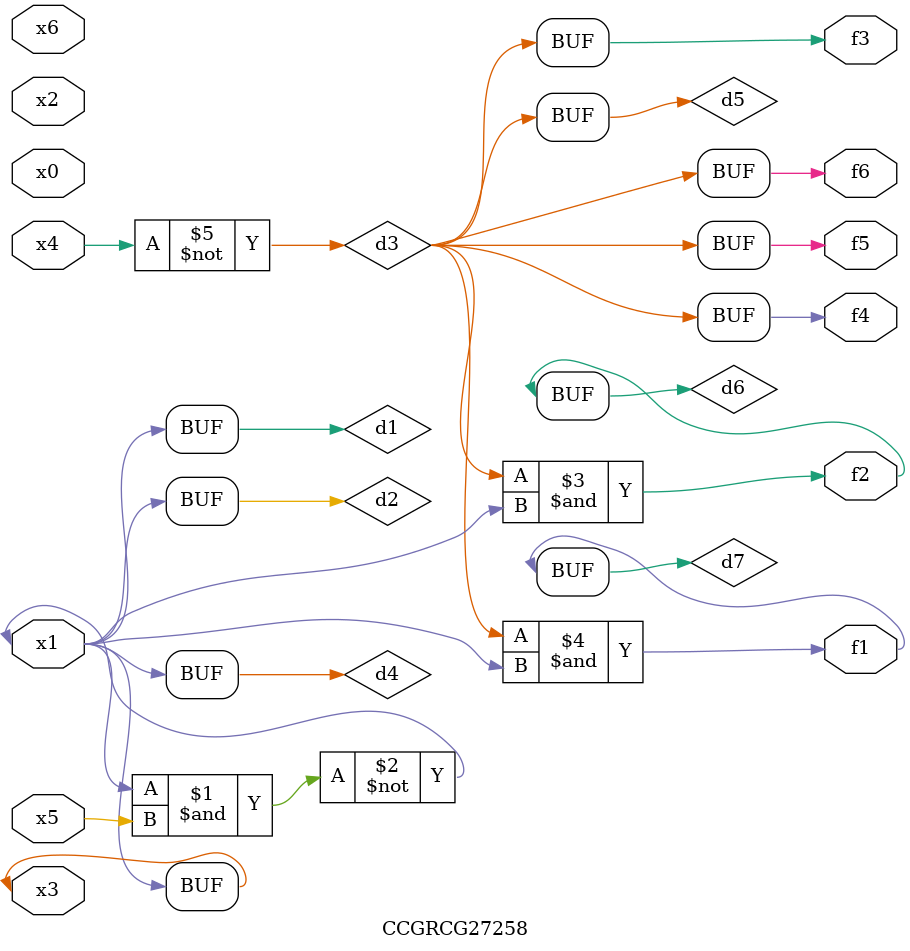
<source format=v>
module CCGRCG27258(
	input x0, x1, x2, x3, x4, x5, x6,
	output f1, f2, f3, f4, f5, f6
);

	wire d1, d2, d3, d4, d5, d6, d7;

	buf (d1, x1, x3);
	nand (d2, x1, x5);
	not (d3, x4);
	buf (d4, d1, d2);
	buf (d5, d3);
	and (d6, d3, d4);
	and (d7, d3, d4);
	assign f1 = d7;
	assign f2 = d6;
	assign f3 = d5;
	assign f4 = d5;
	assign f5 = d5;
	assign f6 = d5;
endmodule

</source>
